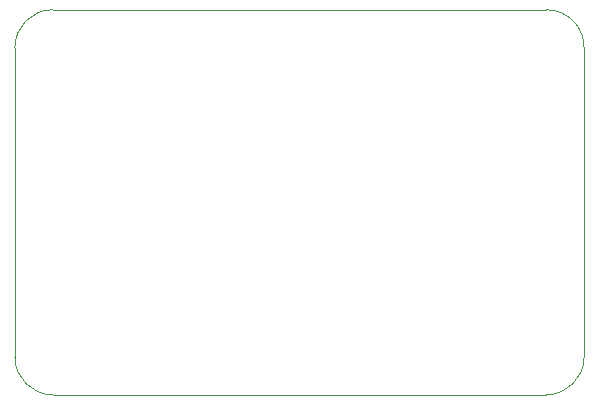
<source format=gbr>
%TF.GenerationSoftware,KiCad,Pcbnew,6.0.6-3a73a75311~116~ubuntu20.04.1*%
%TF.CreationDate,2022-07-21T13:32:12-07:00*%
%TF.ProjectId,Drone Flight Controller,44726f6e-6520-4466-9c69-67687420436f,rev?*%
%TF.SameCoordinates,Original*%
%TF.FileFunction,Profile,NP*%
%FSLAX46Y46*%
G04 Gerber Fmt 4.6, Leading zero omitted, Abs format (unit mm)*
G04 Created by KiCad (PCBNEW 6.0.6-3a73a75311~116~ubuntu20.04.1) date 2022-07-21 13:32:12*
%MOMM*%
%LPD*%
G01*
G04 APERTURE LIST*
%TA.AperFunction,Profile*%
%ADD10C,0.100000*%
%TD*%
G04 APERTURE END LIST*
D10*
X39000000Y-102800000D02*
X39000000Y-76600000D01*
X42200000Y-73400000D02*
X84000000Y-73400000D01*
X42200000Y-73400000D02*
G75*
G03*
X39000000Y-76600000I0J-3200000D01*
G01*
X87200019Y-76800001D02*
G75*
G03*
X84000000Y-73400000I-3200019J194101D01*
G01*
X84000000Y-106000000D02*
G75*
G03*
X87200000Y-102800000I0J3200000D01*
G01*
X84000000Y-106000000D02*
X42200000Y-106000000D01*
X87200000Y-76800000D02*
X87200000Y-102800000D01*
X39000000Y-102800000D02*
G75*
G03*
X42200000Y-106000000I3200000J0D01*
G01*
M02*

</source>
